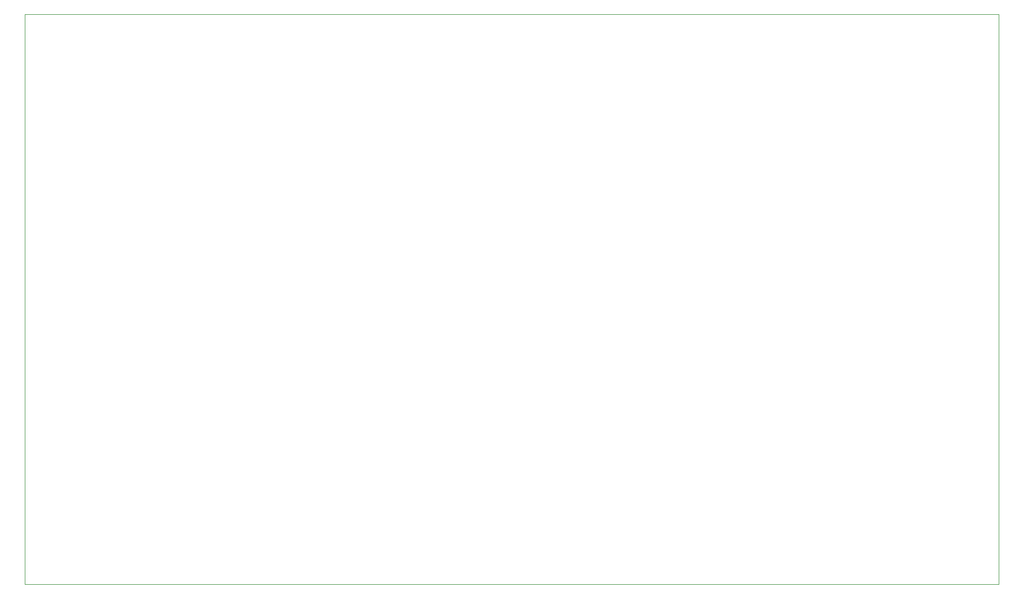
<source format=gbr>
%TF.GenerationSoftware,KiCad,Pcbnew,7.0.2-0*%
%TF.CreationDate,2023-06-25T20:51:43-03:00*%
%TF.ProjectId,Aquario_inteligente,41717561-7269-46f5-9f69-6e74656c6967,rev?*%
%TF.SameCoordinates,Original*%
%TF.FileFunction,Profile,NP*%
%FSLAX46Y46*%
G04 Gerber Fmt 4.6, Leading zero omitted, Abs format (unit mm)*
G04 Created by KiCad (PCBNEW 7.0.2-0) date 2023-06-25 20:51:43*
%MOMM*%
%LPD*%
G01*
G04 APERTURE LIST*
%TA.AperFunction,Profile*%
%ADD10C,0.100000*%
%TD*%
G04 APERTURE END LIST*
D10*
X74930000Y-55880000D02*
X231140000Y-55880000D01*
X231140000Y-147320000D01*
X74930000Y-147320000D01*
X74930000Y-55880000D01*
M02*

</source>
